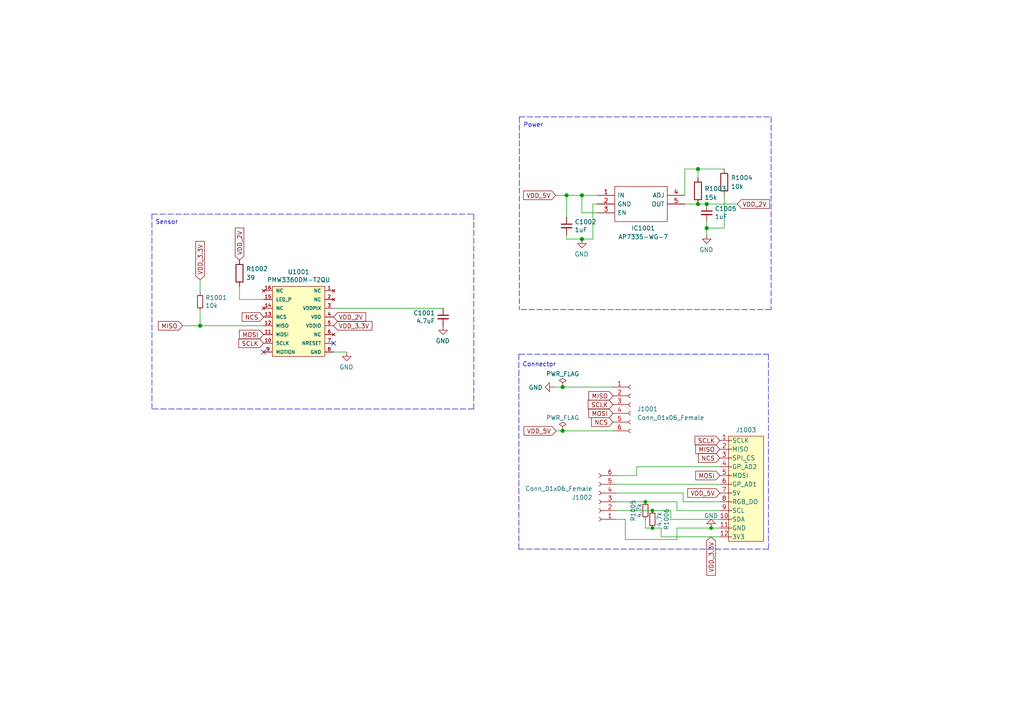
<source format=kicad_sch>
(kicad_sch (version 20230121) (generator eeschema)
  (paper "A4")
  (title_block (company "bastard keyboards") (comment 4 "Copyright Quentin Lebastard"))
  (lib_symbols
    (symbol "AP7331-WG-7:AP7331-WG-7" (pin_names (offset 0.762))
      (property "Reference" "IC" (at 21.59 7.62 0))
      (property "Value" "AP7331-WG-7" (at 21.59 5.08 0))
      (symbol "AP7331-WG-7_0_0"
        (pin passive line (at 0 0 0) (length 5.08) (name "IN") (number "1"))
        (pin passive line (at 0 -2.54 0) (length 5.08) (name "GND") (number "2"))
        (pin passive line (at 0 -5.08 0) (length 5.08) (name "EN") (number "3"))
        (pin passive line (at 25.4 0 180) (length 5.08) (name "ADJ") (number "4"))
        (pin passive line (at 25.4 -2.54 180) (length 5.08) (name "OUT") (number "5"))
      )
      (symbol "AP7331-WG-7_0_1"
        (polyline (pts (xy 5.08 2.54) (xy 20.32 2.54) (xy 20.32 -7.62) (xy 5.08 -7.62) (xy 5.08 2.54)) (stroke (width 0.1524)))
      )
    )
    (symbol "Connector:Conn_01x06_Female" (pin_names (offset 1.016) hide)
      (property "Reference" "J" (at 0 7.62 0))
      (property "Value" "Conn_01x06_Female" (at 0 -10.16 0))
      (symbol "Conn_01x06_Female_1_1"
        (arc (start 0 -7.112) (mid -0.5058 -7.62) (end 0 -8.128) (stroke (width 0.1524)))
        (arc (start 0 -4.572) (mid -0.5058 -5.08) (end 0 -5.588) (stroke (width 0.1524)))
        (arc (start 0 -2.032) (mid -0.5058 -2.54) (end 0 -3.048) (stroke (width 0.1524)))
        (polyline (pts (xy -1.27 -7.62) (xy -0.508 -7.62)) (stroke (width 0.1524)))
        (polyline (pts (xy -1.27 -5.08) (xy -0.508 -5.08)) (stroke (width 0.1524)))
        (polyline (pts (xy -1.27 -2.54) (xy -0.508 -2.54)) (stroke (width 0.1524)))
        (polyline (pts (xy -1.27 0) (xy -0.508 0)) (stroke (width 0.1524)))
        (polyline (pts (xy -1.27 2.54) (xy -0.508 2.54)) (stroke (width 0.1524)))
        (polyline (pts (xy -1.27 5.08) (xy -0.508 5.08)) (stroke (width 0.1524)))
        (arc (start 0 0.508) (mid -0.5058 0) (end 0 -0.508) (stroke (width 0.1524)))
        (arc (start 0 3.048) (mid -0.5058 2.54) (end 0 2.032) (stroke (width 0.1524)))
        (arc (start 0 5.588) (mid -0.5058 5.08) (end 0 4.572) (stroke (width 0.1524)))
        (pin passive line (at -5.08 5.08 0) (length 3.81) (name "Pin_1") (number "1"))
        (pin passive line (at -5.08 2.54 0) (length 3.81) (name "Pin_2") (number "2"))
        (pin passive line (at -5.08 0 0) (length 3.81) (name "Pin_3") (number "3"))
        (pin passive line (at -5.08 -2.54 0) (length 3.81) (name "Pin_4") (number "4"))
        (pin passive line (at -5.08 -5.08 0) (length 3.81) (name "Pin_5") (number "5"))
        (pin passive line (at -5.08 -7.62 0) (length 3.81) (name "Pin_6") (number "6"))
      )
    )
    (symbol "Device:C_Small" (pin_numbers hide) (pin_names (offset 0.254) hide)
      (property "Reference" "C" (at 0.254 1.778 0))
      (property "Value" "C_Small" (at 0.254 -2.032 0))
      (symbol "C_Small_0_1"
        (polyline (pts (xy -1.524 -0.508) (xy 1.524 -0.508)) (stroke (width 0.3302)))
        (polyline (pts (xy -1.524 0.508) (xy 1.524 0.508)) (stroke (width 0.3048)))
      )
      (symbol "C_Small_1_1"
        (pin passive line (at 0 2.54 270) (length 2.032) (name "~") (number "1"))
        (pin passive line (at 0 -2.54 90) (length 2.032) (name "~") (number "2"))
      )
    )
    (symbol "Device:R" (pin_numbers hide) (pin_names (offset 0))
      (property "Reference" "R" (at 2.032 0 90))
      (property "Value" "R" (at 0 0 90))
      (symbol "R_0_1"
        (rectangle (start -1.016 -2.54) (end 1.016 2.54) (stroke (width 0.254)))
      )
      (symbol "R_1_1"
        (pin passive line (at 0 3.81 270) (length 1.27) (name "~") (number "1"))
        (pin passive line (at 0 -3.81 90) (length 1.27) (name "~") (number "2"))
      )
    )
    (symbol "Device:R_Small" (pin_numbers hide) (pin_names (offset 0.254) hide)
      (property "Reference" "R" (at 0.762 0.508 0))
      (property "Value" "R_Small" (at 0.762 -1.016 0))
      (symbol "R_Small_0_1"
        (rectangle (start -0.762 1.778) (end 0.762 -1.778) (stroke (width 0.2032)))
      )
      (symbol "R_Small_1_1"
        (pin passive line (at 0 2.54 270) (length 0.762) (name "~") (number "1"))
        (pin passive line (at 0 -2.54 90) (length 0.762) (name "~") (number "2"))
      )
    )
    (symbol "power:GND" (power) (pin_names (offset 0))
      (property "Value" "GND" (at 0 -3.81 0))
      (symbol "GND_0_1"
        (polyline (pts (xy 0 0) (xy 0 -1.27) (xy 1.27 -1.27) (xy 0 -2.54) (xy -1.27 -1.27) (xy 0 -1.27)))
      )
      (symbol "GND_1_1"
        (pin power_in line (at 0 0 270) (length 0) hide (name "GND") (number "1"))
      )
    )
    (symbol "power:PWR_FLAG" (power) (pin_numbers hide) (pin_names (offset 0) hide)
      (property "Value" "PWR_FLAG" (at 0 3.81 0))
      (symbol "PWR_FLAG_0_0"
        (pin power_out line (at 0 0 90) (length 0) (name "pwr") (number "1"))
      )
      (symbol "PWR_FLAG_0_1"
        (polyline (pts (xy 0 0) (xy 0 1.27) (xy -1.016 1.905) (xy 0 2.54) (xy 1.016 1.905) (xy 0 1.27)))
      )
    )
    (symbol "sensor-rescue:PWM3360-pwm3360" (pin_names (offset 1.016))
      (property "Reference" "U4" (at 0 14.351 0))
      (property "Value" "PMW3360DM-T2QU" (at 0 12.0396 0))
      (symbol "PWM3360-pwm3360_0_1"
        (rectangle (start -7.62 10.16) (end 7.62 -10.16) (fill (type background)))
      )
      (symbol "PWM3360-pwm3360_1_1"
        (pin no_connect line (at -10.16 8.89 0) (length 2.54) (name "NC") (number "1"))
        (pin input line (at 10.16 -6.35 180) (length 2.54) (name "SCLK") (number "10"))
        (pin input line (at 10.16 -3.81 180) (length 2.54) (name "MOSI") (number "11"))
        (pin output line (at 10.16 -1.27 180) (length 2.54) (name "MISO") (number "12"))
        (pin input line (at 10.16 1.27 180) (length 2.54) (name "NCS") (number "13"))
        (pin no_connect line (at 10.16 3.81 180) (length 2.54) (name "NC") (number "14"))
        (pin input line (at 10.16 6.35 180) (length 2.54) (name "LED_P") (number "15"))
        (pin no_connect line (at 10.16 8.89 180) (length 2.54) (name "NC") (number "16"))
        (pin no_connect line (at -10.16 6.35 0) (length 2.54) (name "NC") (number "2"))
        (pin power_out line (at -10.16 3.81 0) (length 2.54) (name "VDDPIX") (number "3"))
        (pin power_in line (at -10.16 1.27 0) (length 2.54) (name "VDD") (number "4"))
        (pin power_in line (at -10.16 -1.27 0) (length 2.54) (name "VDDIO") (number "5"))
        (pin no_connect line (at -10.16 -3.81 0) (length 2.54) (name "NC") (number "6"))
        (pin input line (at -10.16 -6.35 0) (length 2.54) (name "NRESET") (number "7"))
        (pin power_in line (at -10.16 -8.89 0) (length 2.54) (name "GND") (number "8"))
        (pin output line (at 10.16 -8.89 180) (length 2.54) (name "MOTION") (number "9"))
      )
    )
    (symbol "vik:vik-module-connector" (pin_names (offset 1))
      (property "Reference" "J" (at 0 15.875 0))
      (symbol "vik-module-connector_1_1"
        (rectangle (start -5.08 13.97) (end 5.08 -16.51) (fill (type background)))
        (rectangle (start -5.0546 -15.113) (end -4.191 -15.367) (stroke (width 0.1)))
        (rectangle (start -5.0546 -12.573) (end -4.191 -12.827) (stroke (width 0.1)))
        (rectangle (start -5.0546 -10.033) (end -4.191 -10.287) (stroke (width 0.1)))
        (rectangle (start -5.0546 -7.493) (end -4.191 -7.747) (stroke (width 0.1)))
        (rectangle (start -5.0546 -4.953) (end -4.191 -5.207) (stroke (width 0.1)))
        (rectangle (start -5.0546 -2.413) (end -4.191 -2.667) (stroke (width 0.1)))
        (rectangle (start -5.0546 0.127) (end -4.191 -0.127) (stroke (width 0.1)))
        (rectangle (start -5.0546 2.667) (end -4.191 2.413) (stroke (width 0.1)))
        (rectangle (start -5.0546 5.207) (end -4.191 4.953) (stroke (width 0.1)))
        (rectangle (start -5.0546 7.747) (end -4.191 7.493) (stroke (width 0.1)))
        (rectangle (start -5.0546 10.287) (end -4.191 10.033) (stroke (width 0.1)))
        (rectangle (start -5.0546 12.827) (end -4.191 12.573) (stroke (width 0.1)))
        (pin output line (at -7.62 12.7 0) (length 2.54) (name "SCLK") (number "1"))
        (pin bidirectional line (at -7.62 -10.16 0) (length 2.54) (name "SDA") (number "10"))
        (pin power_out line (at -7.62 -12.7 0) (length 2.54) (name "GND") (number "11"))
        (pin power_out line (at -7.62 -15.24 0) (length 2.54) (name "3V3") (number "12"))
        (pin tri_state line (at -7.62 10.16 0) (length 2.54) (name "MISO") (number "2"))
        (pin output line (at -7.62 7.62 0) (length 2.54) (name "SPI_CS") (number "3"))
        (pin bidirectional line (at -7.62 5.08 0) (length 2.54) (name "GP_AD2") (number "4"))
        (pin output line (at -7.62 2.54 0) (length 2.54) (name "MOSI") (number "5"))
        (pin bidirectional line (at -7.62 0 0) (length 2.54) (name "GP_AD1") (number "6"))
        (pin power_out line (at -7.62 -2.54 0) (length 2.54) (name "5V") (number "7"))
        (pin output line (at -7.62 -5.08 0) (length 2.54) (name "RGB_DO") (number "8"))
        (pin bidirectional line (at -7.62 -7.62 0) (length 2.54) (name "SCL") (number "9"))
      )
    )
  )
  (junction (at 163.195 124.968) (diameter 1.016))
  (junction (at 168.783 69.342) (diameter 1.016))
  (junction (at 189.23 148.082))
  (junction (at 206.248 153.162))
  (junction (at 202.438 59.182) (diameter 1.016))
  (junction (at 187.198 145.542))
  (junction (at 58.039 94.488) (diameter 1.016))
  (junction (at 164.338 56.642) (diameter 1.016))
  (junction (at 189.23 153.162))
  (junction (at 204.978 59.182) (diameter 1.016))
  (junction (at 204.978 66.167) (diameter 1.016))
  (junction (at 202.438 49.022) (diameter 1.016))
  (junction (at 163.195 112.268) (diameter 1.016))
  (junction (at 168.783 56.642) (diameter 1.016))
  (no_connect (at 96.774 99.568))
  (no_connect (at 76.454 102.108))
  (polyline (pts (xy 150.495 102.743) (xy 150.495 159.258)) (stroke (width 0) (type dash)))
  (wire (pts (xy 187.198 153.162) (xy 187.198 150.622)))
  (wire (pts (xy 194.564 150.622) (xy 208.788 150.622)))
  (wire (pts (xy 206.248 153.162) (xy 196.342 153.162)))
  (wire (pts (xy 160.655 112.268) (xy 163.195 112.268)))
  (wire (pts (xy 163.195 112.268) (xy 177.8 112.268)))
  (wire (pts (xy 189.23 148.082) (xy 194.564 148.082)))
  (wire (pts (xy 164.338 56.642) (xy 164.338 62.992)))
  (wire (pts (xy 191.77 155.702) (xy 191.77 153.162)))
  (wire (pts (xy 191.77 153.162) (xy 189.23 153.162)))
  (wire (pts (xy 178.816 148.082) (xy 189.23 148.082)))
  (polyline (pts (xy 222.885 159.258) (xy 150.495 159.258)) (stroke (width 0) (type dash)))
  (wire (pts (xy 194.564 148.082) (xy 194.564 150.622)))
  (wire (pts (xy 206.248 153.162) (xy 208.788 153.162)))
  (wire (pts (xy 208.788 135.382) (xy 184.658 135.382)))
  (polyline (pts (xy 222.885 102.743) (xy 222.885 159.258)) (stroke (width 0) (type dash)))
  (wire (pts (xy 52.959 94.488) (xy 58.039 94.488)))
  (wire (pts (xy 208.788 145.542) (xy 198.12 145.542)))
  (wire (pts (xy 96.774 89.408) (xy 128.524 89.408)))
  (wire (pts (xy 198.12 145.542) (xy 198.12 143.002)))
  (wire (pts (xy 198.628 49.022) (xy 198.628 56.642)))
  (wire (pts (xy 164.338 69.342) (xy 164.338 68.072)))
  (wire (pts (xy 168.783 69.342) (xy 164.338 69.342)))
  (wire (pts (xy 171.958 59.182) (xy 171.958 69.342)))
  (wire (pts (xy 171.958 69.342) (xy 168.783 69.342)))
  (wire (pts (xy 173.228 59.182) (xy 171.958 59.182)))
  (wire (pts (xy 204.978 59.182) (xy 213.868 59.182)))
  (wire (pts (xy 196.342 145.542) (xy 196.342 148.082)))
  (wire (pts (xy 191.77 155.702) (xy 208.788 155.702)))
  (wire (pts (xy 187.198 145.542) (xy 196.342 145.542)))
  (wire (pts (xy 181.356 156.464) (xy 181.356 150.622)))
  (wire (pts (xy 189.23 153.162) (xy 187.198 153.162)))
  (wire (pts (xy 58.039 90.043) (xy 58.039 94.488)))
  (wire (pts (xy 58.039 94.488) (xy 76.454 94.488)))
  (wire (pts (xy 178.816 137.922) (xy 184.658 137.922)))
  (wire (pts (xy 202.438 49.022) (xy 202.438 51.562)))
  (polyline (pts (xy 150.495 102.743) (xy 222.885 102.743)) (stroke (width 0) (type dash)))
  (polyline (pts (xy 137.414 62.103) (xy 137.414 118.618)) (stroke (width 0) (type dash)))
  (polyline (pts (xy 44.069 62.103) (xy 137.414 62.103)) (stroke (width 0) (type dash)))
  (wire (pts (xy 196.342 156.464) (xy 181.356 156.464)))
  (wire (pts (xy 210.058 56.642) (xy 210.058 66.167)))
  (wire (pts (xy 210.058 66.167) (xy 204.978 66.167)))
  (wire (pts (xy 196.342 153.162) (xy 196.342 156.464)))
  (wire (pts (xy 184.658 137.922) (xy 184.658 135.382)))
  (wire (pts (xy 196.342 148.082) (xy 208.788 148.082)))
  (wire (pts (xy 181.356 150.622) (xy 178.816 150.622)))
  (polyline (pts (xy 150.622 33.909) (xy 150.622 89.789)) (stroke (width 0) (type dash)))
  (polyline (pts (xy 150.622 33.909) (xy 223.647 33.909)) (stroke (width 0) (type dash)))
  (polyline (pts (xy 223.647 33.909) (xy 223.647 89.789)) (stroke (width 0) (type dash)))
  (polyline (pts (xy 223.647 89.789) (xy 150.622 89.789)) (stroke (width 0) (type dash)))
  (wire (pts (xy 58.039 81.153) (xy 58.039 84.963)))
  (wire (pts (xy 178.816 140.462) (xy 208.788 140.462)))
  (wire (pts (xy 168.783 61.722) (xy 168.783 56.642)))
  (wire (pts (xy 173.228 61.722) (xy 168.783 61.722)))
  (wire (pts (xy 178.816 145.542) (xy 187.198 145.542)))
  (wire (pts (xy 96.774 102.108) (xy 100.584 102.108)))
  (wire (pts (xy 198.628 49.022) (xy 202.438 49.022)))
  (wire (pts (xy 161.29 124.968) (xy 163.195 124.968)))
  (wire (pts (xy 163.195 124.968) (xy 177.8 124.968)))
  (wire (pts (xy 198.628 59.182) (xy 202.438 59.182)))
  (wire (pts (xy 202.438 59.182) (xy 204.978 59.182)))
  (wire (pts (xy 178.816 143.002) (xy 198.12 143.002)))
  (polyline (pts (xy 137.414 118.618) (xy 44.069 118.618)) (stroke (width 0) (type dash)))
  (wire (pts (xy 202.438 49.022) (xy 210.058 49.022)))
  (wire (pts (xy 69.469 86.868) (xy 69.469 83.058)))
  (wire (pts (xy 76.454 86.868) (xy 69.469 86.868)))
  (polyline (pts (xy 44.069 62.103) (xy 44.069 118.618)) (stroke (width 0) (type dash)))
  (wire (pts (xy 161.163 56.642) (xy 164.338 56.642)))
  (wire (pts (xy 164.338 56.642) (xy 168.783 56.642)))
  (wire (pts (xy 168.783 56.642) (xy 173.228 56.642)))
  (wire (pts (xy 204.978 64.262) (xy 204.978 66.167)))
  (wire (pts (xy 204.978 66.167) (xy 204.978 68.072)))
  (text "Power" (at 157.607 37.084 0) (effects (font (size 1.27 1.27)) (justify right bottom)))
  (text "Sensor" (at 51.689 65.278 0) (effects (font (size 1.27 1.27)) (justify right bottom)))
  (text "Connector" (at 161.29 106.553 0) (effects (font (size 1.27 1.27)) (justify right bottom)))
  (global_label "VDD_3.3V" (shape input) (at 58.039 81.153 90) (property "Intersheetrefs" "${INTERSHEET_REFS}" (effects hide)))
  (global_label "SCLK" (shape input) (at 76.454 99.568 180) (property "Intersheetrefs" "${INTERSHEET_REFS}" (effects hide)))
  (global_label "NCS" (shape input) (at 76.454 91.948 180) (property "Intersheetrefs" "${INTERSHEET_REFS}" (effects hide)))
  (global_label "NCS" (shape input) (at 208.788 132.842 180) (property "Intersheetrefs" "${INTERSHEET_REFS}" (effects hide)))
  (global_label "VDD_2V" (shape input) (at 213.868 59.182 0) (property "Intersheetrefs" "${INTERSHEET_REFS}" (effects hide)))
  (global_label "VDD_3.3V" (shape input) (at 96.774 94.488 0) (property "Intersheetrefs" "${INTERSHEET_REFS}" (effects hide)))
  (global_label "MISO" (shape input) (at 177.8 114.808 180) (property "Intersheetrefs" "${INTERSHEET_REFS}" (effects hide)))
  (global_label "MOSI" (shape input) (at 177.8 119.888 180) (property "Intersheetrefs" "${INTERSHEET_REFS}" (effects hide)))
  (global_label "NCS" (shape input) (at 177.8 122.428 180) (property "Intersheetrefs" "${INTERSHEET_REFS}" (effects hide)))
  (global_label "VDD_2V" (shape input) (at 96.774 91.948 0) (property "Intersheetrefs" "${INTERSHEET_REFS}" (effects hide)))
  (global_label "VDD_2V" (shape input) (at 69.469 75.438 90) (property "Intersheetrefs" "${INTERSHEET_REFS}" (effects hide)))
  (global_label "SCLK" (shape input) (at 208.788 127.762 180) (property "Intersheetrefs" "${INTERSHEET_REFS}" (effects hide)))
  (global_label "MISO" (shape input) (at 52.959 94.488 180) (property "Intersheetrefs" "${INTERSHEET_REFS}" (effects hide)))
  (global_label "MOSI" (shape input) (at 76.454 97.028 180) (property "Intersheetrefs" "${INTERSHEET_REFS}" (effects hide)))
  (global_label "VDD_5V" (shape input) (at 161.163 56.642 180) (property "Intersheetrefs" "${INTERSHEET_REFS}" (effects hide)))
  (global_label "VDD_5V" (shape input) (at 161.29 124.968 180) (property "Intersheetrefs" "${INTERSHEET_REFS}" (effects hide)))
  (global_label "VDD_5V" (shape input) (at 208.788 143.002 180) (property "Intersheetrefs" "${INTERSHEET_REFS}" (effects hide)))
  (global_label "MISO" (shape input) (at 208.788 130.302 180) (property "Intersheetrefs" "${INTERSHEET_REFS}" (effects hide)))
  (global_label "VDD_3.3V" (shape input) (at 206.248 155.702 270) (property "Intersheetrefs" "${INTERSHEET_REFS}" (effects hide)))
  (global_label "MOSI" (shape input) (at 208.788 137.922 180) (property "Intersheetrefs" "${INTERSHEET_REFS}" (effects hide)))
  (global_label "SCLK" (shape input) (at 177.8 117.348 180) (property "Intersheetrefs" "${INTERSHEET_REFS}" (effects hide)))
  (symbol (lib_id "sensor-rescue:PWM3360-pwm3360") (at 86.614 93.218 0) (mirror y) (unit 1)
    (property "Reference" "U1001" (at 86.614 78.867 0))
    (property "Value" "PMW3360DM-T2QU" (at 86.614 81.1784 0))
    (property "Footprint" "local:DIP-16_W10.16mm" (effects hide))
  )
  (symbol (lib_id "Device:C_Small") (at 128.524 91.948 0) (mirror y) (unit 1)
    (property "Reference" "C1001" (at 126.1872 90.7796 0) (effects (justify left)))
    (property "Value" "4.7uF" (at 126.1872 93.091 0) (effects (justify left)))
    (property "Footprint" "local:C_0603_1608Metric" (effects hide))
    (property "LCSC" "C19666" (effects hide))
  )
  (symbol (lib_id "power:GND") (at 128.524 94.488 0) (mirror y) (unit 1)
    (property "Reference" "#PWR01003" (effects hide))
    (property "Value" "GND" (at 128.397 98.8822 0))
  )
  (symbol (lib_id "power:GND") (at 100.584 102.108 0) (mirror y) (unit 1)
    (property "Reference" "#PWR01001" (effects hide))
    (property "Value" "GND" (at 100.457 106.5022 0))
  )
  (symbol (lib_id "Connector:Conn_01x06_Female") (at 182.88 117.348 0) (unit 1)
    (property "Reference" "J1001" (at 184.785 118.618 0) (effects (justify left)))
    (property "Value" "Conn_01x06_Female" (at 184.785 121.158 0) (effects (justify left)))
    (property "Footprint" "Connector_PinHeader_2.54mm:PinHeader_1x06_P2.54mm_Vertical" (effects hide))
  )
  (symbol (lib_id "Device:C_Small") (at 204.978 61.722 0) (unit 1)
    (property "Reference" "C1005" (at 207.3148 60.5536 0) (effects (justify left)))
    (property "Value" "1uF" (at 207.315 62.865 0) (effects (justify left)))
    (property "Footprint" "local:C_0603_1608Metric" (effects hide))
    (property "LCSC" "C15849" (effects hide))
  )
  (symbol (lib_id "power:GND") (at 204.978 68.072 0) (mirror y) (unit 1)
    (property "Reference" "#PWR01007" (effects hide))
    (property "Value" "GND" (at 204.851 72.4662 0))
  )
  (symbol (lib_id "Device:C_Small") (at 164.338 65.532 0) (unit 1)
    (property "Reference" "C1002" (at 166.6748 64.3636 0) (effects (justify left)))
    (property "Value" "1uF" (at 166.6748 66.675 0) (effects (justify left)))
    (property "Footprint" "local:C_0603_1608Metric" (effects hide))
    (property "LCSC" "C15849" (effects hide))
  )
  (symbol (lib_id "Device:R") (at 210.058 52.832 0) (unit 1)
    (property "Reference" "R1004" (at 211.963 51.562 0) (effects (justify left)))
    (property "Value" "10k" (at 211.963 54.102 0) (effects (justify left)))
    (property "Footprint" "local:R_0603_1608Metric" (effects hide))
    (property "LCSC" "C25804" (effects hide))
  )
  (symbol (lib_id "vik:vik-module-connector") (at 216.408 140.462 0) (unit 1)
    (property "Reference" "J1003" (at 213.36 124.714 0) (effects (justify left)))
    (property "Value" "~" (at 216.408 134.112 0))
    (property "Footprint" "vik:vik-module-connector-horizontal" (effects hide))
    (property "LCSC" "C479750" (effects hide))
  )
  (symbol (lib_id "Device:R") (at 202.438 55.372 0) (unit 1)
    (property "Reference" "R1003" (at 204.343 54.737 0) (effects (justify left)))
    (property "Value" "15k" (at 204.343 57.277 0) (effects (justify left)))
    (property "Footprint" "local:R_0603_1608Metric" (effects hide))
    (property "LCSC" "C22809" (effects hide))
  )
  (symbol (lib_id "power:GND") (at 206.248 153.162 180) (unit 1)
    (property "Reference" "#PWR0101" (effects hide))
    (property "Value" "GND" (at 206.248 149.606 0))
  )
  (symbol (lib_id "Connector:Conn_01x06_Female") (at 173.736 145.542 180) (unit 1)
    (property "Reference" "J1002" (at 171.831 144.272 0) (effects (justify left)))
    (property "Value" "Conn_01x06_Female" (at 171.831 141.732 0) (effects (justify left)))
    (property "Footprint" "Connector_PinHeader_2.54mm:PinHeader_1x06_P2.54mm_Vertical" (effects hide))
  )
  (symbol (lib_id "Device:R_Small") (at 187.198 148.082 180) (unit 1)
    (property "Reference" "R1005" (at 183.642 148.082 90))
    (property "Value" "4.7k" (at 185.42 148.082 90))
    (property "Footprint" "local:D3_TH_SMD" (effects hide))
  )
  (symbol (lib_id "power:PWR_FLAG") (at 163.195 112.268 0) (unit 1)
    (property "Reference" "#FLG01001" (effects hide))
    (property "Value" "PWR_FLAG" (at 163.195 108.458 0))
  )
  (symbol (lib_id "Device:R") (at 69.469 79.248 0) (unit 1)
    (property "Reference" "R1002" (at 71.374 77.978 0) (effects (justify left)))
    (property "Value" "39" (at 71.374 80.518 0) (effects (justify left)))
    (property "Footprint" "local:R_0603_1608Metric" (effects hide))
    (property "LCSC" "C23154" (effects hide))
  )
  (symbol (lib_id "Device:R_Small") (at 189.23 150.622 180) (unit 1)
    (property "Reference" "R1006" (at 193.294 150.622 90))
    (property "Value" "4.7k" (at 191.262 150.622 90))
    (property "Footprint" "local:D3_TH_SMD" (effects hide))
  )
  (symbol (lib_id "power:GND") (at 168.783 69.342 0) (mirror y) (unit 1)
    (property "Reference" "#PWR01005" (effects hide))
    (property "Value" "GND" (at 168.656 73.7362 0))
  )
  (symbol (lib_id "power:GND") (at 160.655 112.268 270) (unit 1)
    (property "Reference" "#PWR01004" (effects hide))
    (property "Value" "GND" (at 157.4038 112.395 90) (effects (justify right)))
  )
  (symbol (lib_id "power:PWR_FLAG") (at 163.195 124.968 0) (unit 1)
    (property "Reference" "#FLG01002" (effects hide))
    (property "Value" "PWR_FLAG" (at 163.195 121.158 0))
  )
  (symbol (lib_id "AP7331-WG-7:AP7331-WG-7") (at 173.228 56.642 0) (unit 1)
    (property "Reference" "IC1001" (at 186.563 66.167 0))
    (property "Value" "AP7335-WG-7" (at 186.563 68.707 0))
    (property "Footprint" "Package_TO_SOT_SMD:SOT-23-5_HandSoldering" (effects hide))
    (property "Datasheet" "http://uk.rs-online.com/web/p/products/7513083" (effects hide))
    (property "Description" "LDO Voltage Regulators LDO SOT-25 ADJUSTABLE 300MA" (effects hide))
    (property "Height" "1.45" (effects hide))
    (property "Manufacturer_Name" "Diodes Inc." (effects hide))
    (property "Manufacturer_Part_Number" "AP7331-WG-7" (effects hide))
    (property "Mouser Part Number" "621-AP7331-WG-7" (effects hide))
    (property "Mouser Price/Stock" "https://www.mouser.co.uk/ProductDetail/Diodes-Incorporated/AP7331-WG-7?qs=vIZ3oKQCLxr9PiNSCoXN%2FQ%3D%3D" (effects hide))
    (property "Arrow Part Number" "AP7331-WG-7" (effects hide))
    (property "Arrow Price/Stock" "https://www.arrow.com/en/products/ap7331-wg-7/diodes-incorporated?region=nac" (effects hide))
    (property "LCSC" "C460382" (effects hide))
  )
  (symbol (lib_id "Device:R_Small") (at 58.039 87.503 0) (unit 1)
    (property "Reference" "R1001" (at 59.5376 86.3346 0) (effects (justify left)))
    (property "Value" "10k" (at 59.5376 88.646 0) (effects (justify left)))
    (property "Footprint" "local:R_0603_1608Metric" (effects hide))
    (property "LCSC" "C25804" (effects hide))
  )
)
</source>
